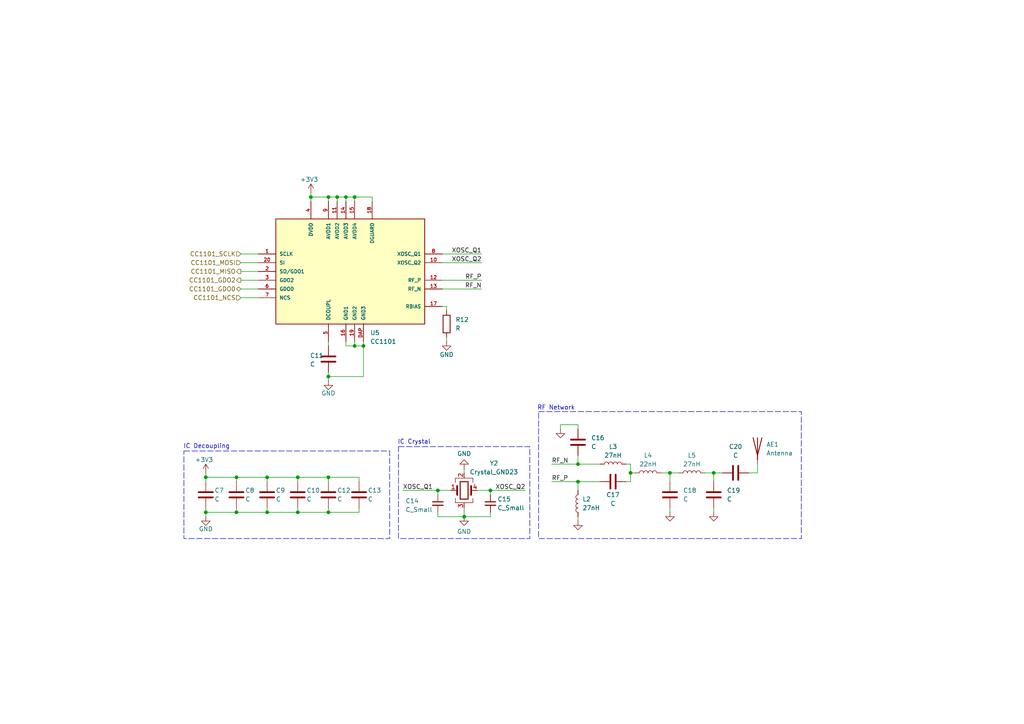
<source format=kicad_sch>
(kicad_sch (version 20250114) (generator "eeschema") (generator_version "9.0")
  (paper "A4")
  (lib_symbols
    (symbol "CC1101:CC1101" (pin_names (offset 1.016))
      (property "Reference" "U" (at 12.7103 -17.7944 0))
      (property "Value" "CC1101" (at 12.7068 -20.3308 0))
      (symbol "CC1101_0_0"
        (rectangle (start -20.32 -15.24) (end 22.86 15.24) (stroke (width 0.254)) (fill (type background)))
        (pin bidirectional line (at -25.4 5.08 0) (length 5.08) (name "SCLK") (number "1"))
        (pin bidirectional line (at -25.4 2.54 0) (length 5.08) (name "SI") (number "20"))
        (pin bidirectional line (at -25.4 0 0) (length 5.08) (name "SO/GDO1") (number "2"))
        (pin bidirectional line (at -25.4 -2.54 0) (length 5.08) (name "GDO2") (number "3"))
        (pin bidirectional line (at -25.4 -5.08 0) (length 5.08) (name "GDO0") (number "6"))
        (pin bidirectional line (at -25.4 -7.62 0) (length 5.08) (name "NCS") (number "7"))
        (pin bidirectional line (at -10.16 20.32 270) (length 5.08) (name "DVDD") (number "4"))
        (pin bidirectional line (at -5.08 20.32 270) (length 5.08) (name "AVDD1") (number "9"))
        (pin bidirectional line (at -5.08 -20.32 90) (length 5.08) (name "DCOUPL") (number "5"))
        (pin bidirectional line (at -2.54 20.32 270) (length 5.08) (name "AVDD2") (number "11"))
        (pin bidirectional line (at 0 20.32 270) (length 5.08) (name "AVDD3") (number "14"))
        (pin bidirectional line (at 0 -20.32 90) (length 5.08) (name "GND1") (number "16"))
        (pin bidirectional line (at 2.54 20.32 270) (length 5.08) (name "AVDD4") (number "15"))
        (pin bidirectional line (at 2.54 -20.32 90) (length 5.08) (name "GND2") (number "19"))
        (pin bidirectional line (at 5.08 -20.32 90) (length 5.08) (name "GND3") (number "DAP"))
        (pin bidirectional line (at 7.62 20.32 270) (length 5.08) (name "DGUARD") (number "18"))
        (pin bidirectional line (at 27.94 5.08 180) (length 5.08) (name "XOSC_Q1") (number "8"))
        (pin bidirectional line (at 27.94 2.54 180) (length 5.08) (name "XOSC_Q2") (number "10"))
        (pin bidirectional line (at 27.94 -2.54 180) (length 5.08) (name "RF_P") (number "12"))
        (pin bidirectional line (at 27.94 -5.08 180) (length 5.08) (name "RF_N") (number "13"))
        (pin bidirectional line (at 27.94 -10.16 180) (length 5.08) (name "RBIAS") (number "17"))
      )
    )
    (symbol "Device:Antenna" (pin_numbers (hide yes)) (pin_names (offset 1.016) (hide yes))
      (property "Reference" "AE" (at -1.905 1.905 0))
      (property "Value" "Antenna" (at -1.905 0 0))
      (symbol "Antenna_0_1"
        (polyline (pts (xy 0 2.54) (xy 0 -3.81)) (stroke (width 0.254)))
        (polyline (pts (xy 1.27 2.54) (xy 0 -2.54) (xy -1.27 2.54)) (stroke (width 0.254)))
      )
      (symbol "Antenna_1_1"
        (pin input line (at 0 -5.08 90) (length 2.54) (name "A") (number "1"))
      )
    )
    (symbol "Device:C" (pin_numbers (hide yes)) (pin_names (offset 0.254))
      (property "Reference" "C" (at 0.635 2.54 0))
      (property "Value" "C" (at 0.635 -2.54 0))
      (symbol "C_0_1"
        (polyline (pts (xy -2.032 0.762) (xy 2.032 0.762)) (stroke (width 0.508)))
        (polyline (pts (xy -2.032 -0.762) (xy 2.032 -0.762)) (stroke (width 0.508)))
      )
      (symbol "C_1_1"
        (pin passive line (at 0 3.81 270) (length 2.794) (name "~") (number "1"))
        (pin passive line (at 0 -3.81 90) (length 2.794) (name "~") (number "2"))
      )
    )
    (symbol "Device:C_Small" (pin_numbers (hide yes)) (pin_names (offset 0.254) (hide yes))
      (property "Reference" "C" (at 0.254 1.778 0))
      (property "Value" "C_Small" (at 0.254 -2.032 0))
      (symbol "C_Small_0_1"
        (polyline (pts (xy -1.524 0.508) (xy 1.524 0.508)) (stroke (width 0.3048)))
        (polyline (pts (xy -1.524 -0.508) (xy 1.524 -0.508)) (stroke (width 0.3302)))
      )
      (symbol "C_Small_1_1"
        (pin passive line (at 0 2.54 270) (length 2.032) (name "~") (number "1"))
        (pin passive line (at 0 -2.54 90) (length 2.032) (name "~") (number "2"))
      )
    )
    (symbol "Device:Crystal_GND23" (pin_names (offset 1.016) (hide yes))
      (property "Reference" "Y" (at 3.175 5.08 0))
      (property "Value" "Crystal_GND23" (at 3.175 3.175 0))
      (symbol "Crystal_GND23_0_1"
        (polyline (pts (xy -2.54 2.286) (xy -2.54 3.556) (xy 2.54 3.556) (xy 2.54 2.286)))
        (polyline (pts (xy -2.54 0) (xy -2.032 0)))
        (polyline (pts (xy -2.54 -2.286) (xy -2.54 -3.556) (xy 2.54 -3.556) (xy 2.54 -2.286)))
        (polyline (pts (xy -2.032 -1.27) (xy -2.032 1.27)) (stroke (width 0.508)))
        (rectangle (start -1.143 2.54) (end 1.143 -2.54) (stroke (width 0.3048)))
        (polyline (pts (xy 0 3.556) (xy 0 3.81)))
        (polyline (pts (xy 0 -3.81) (xy 0 -3.556)))
        (polyline (pts (xy 2.032 0) (xy 2.54 0)))
        (polyline (pts (xy 2.032 -1.27) (xy 2.032 1.27)) (stroke (width 0.508)))
      )
      (symbol "Crystal_GND23_1_1"
        (pin passive line (at -3.81 0 0) (length 1.27) (name "1") (number "1"))
        (pin passive line (at 0 5.08 270) (length 1.27) (name "2") (number "2"))
        (pin passive line (at 0 -5.08 90) (length 1.27) (name "3") (number "3"))
        (pin passive line (at 3.81 0 180) (length 1.27) (name "4") (number "4"))
      )
    )
    (symbol "Device:L" (pin_numbers (hide yes)) (pin_names (offset 1.016) (hide yes))
      (property "Reference" "L" (at -1.27 0 90))
      (property "Value" "L" (at 1.905 0 90))
      (symbol "L_0_1"
        (arc (start 0 2.54) (mid 0.6323 1.905) (end 0 1.27))
        (arc (start 0 1.27) (mid 0.6323 0.635) (end 0 0))
        (arc (start 0 0) (mid 0.6323 -0.635) (end 0 -1.27))
        (arc (start 0 -1.27) (mid 0.6323 -1.905) (end 0 -2.54))
      )
      (symbol "L_1_1"
        (pin passive line (at 0 3.81 270) (length 1.27) (name "1") (number "1"))
        (pin passive line (at 0 -3.81 90) (length 1.27) (name "2") (number "2"))
      )
    )
    (symbol "Device:R" (pin_numbers (hide yes)) (pin_names (offset 0))
      (property "Reference" "R" (at 2.032 0 90))
      (property "Value" "R" (at 0 0 90))
      (symbol "R_0_1"
        (rectangle (start -1.016 -2.54) (end 1.016 2.54) (stroke (width 0.254)))
      )
      (symbol "R_1_1"
        (pin passive line (at 0 3.81 270) (length 1.27) (name "~") (number "1"))
        (pin passive line (at 0 -3.81 90) (length 1.27) (name "~") (number "2"))
      )
    )
    (symbol "power:+3V3" (power) (pin_numbers (hide yes)) (pin_names (offset 0) (hide yes))
      (property "Value" "+3V3" (at 0 3.556 0))
      (symbol "+3V3_0_1"
        (polyline (pts (xy -0.762 1.27) (xy 0 2.54)))
        (polyline (pts (xy 0 2.54) (xy 0.762 1.27)))
        (polyline (pts (xy 0 0) (xy 0 2.54)))
      )
      (symbol "+3V3_1_1"
        (pin power_in line (at 0 0 90) (length 0) (name "~") (number "1"))
      )
    )
    (symbol "power:GND" (power) (pin_numbers (hide yes)) (pin_names (offset 0) (hide yes))
      (property "Value" "GND" (at 0 -3.81 0))
      (symbol "GND_0_1"
        (polyline (pts (xy 0 0) (xy 0 -1.27) (xy 1.27 -1.27) (xy 0 -2.54) (xy -1.27 -1.27) (xy 0 -1.27)))
      )
      (symbol "GND_1_1"
        (pin power_in line (at 0 0 270) (length 0) (name "~") (number "1"))
      )
    )
  )
  (rectangle (start 53.34 130.81) (end 113.03 156.21) (stroke (width 0) (type dash)))
  (rectangle (start 156.21 119.38) (end 232.41 156.21) (stroke (width 0) (type dash)))
  (rectangle (start 115.57 129.54) (end 153.67 156.21) (stroke (width 0) (type dash)))
  (text "IC Decoupling" (at 59.944 129.54 0) (effects (font (size 1.27 1.27))))
  (text "RF Network" (at 161.29 118.364 0) (effects (font (size 1.27 1.27))))
  (text "IC Crystal" (at 120.142 128.27 0) (effects (font (size 1.27 1.27))))
  (junction (at 194.31 137.16))
  (junction (at 77.47 148.59))
  (junction (at 142.24 142.24))
  (junction (at 100.33 57.15))
  (junction (at 59.69 148.59))
  (junction (at 95.25 109.22))
  (junction (at 86.36 138.43))
  (junction (at 127 142.24))
  (junction (at 134.62 149.86))
  (junction (at 59.69 138.43))
  (junction (at 90.17 57.15))
  (junction (at 95.25 138.43))
  (junction (at 207.01 137.16))
  (junction (at 167.64 139.7))
  (junction (at 68.58 138.43))
  (junction (at 95.25 57.15))
  (junction (at 97.79 57.15))
  (junction (at 182.88 137.16))
  (junction (at 68.58 148.59))
  (junction (at 167.64 134.62))
  (junction (at 95.25 148.59))
  (junction (at 105.41 100.33))
  (junction (at 102.87 57.15))
  (junction (at 102.87 100.33))
  (junction (at 86.36 148.59))
  (junction (at 77.47 138.43))
  (wire (pts (xy 69.85 73.66) (xy 74.93 73.66)))
  (wire (pts (xy 134.62 149.86) (xy 142.24 149.86)))
  (wire (pts (xy 182.88 134.62) (xy 181.61 134.62)))
  (wire (pts (xy 128.27 76.2) (xy 139.7 76.2)))
  (wire (pts (xy 127 149.86) (xy 134.62 149.86)))
  (wire (pts (xy 127 148.59) (xy 127 149.86)))
  (wire (pts (xy 128.27 88.9) (xy 129.54 88.9)))
  (wire (pts (xy 59.69 138.43) (xy 59.69 139.7)))
  (wire (pts (xy 95.25 57.15) (xy 97.79 57.15)))
  (wire (pts (xy 102.87 100.33) (xy 102.87 99.06)))
  (wire (pts (xy 134.62 147.32) (xy 134.62 149.86)))
  (wire (pts (xy 90.17 57.15) (xy 95.25 57.15)))
  (wire (pts (xy 128.27 73.66) (xy 139.7 73.66)))
  (wire (pts (xy 160.02 134.62) (xy 167.64 134.62)))
  (wire (pts (xy 127 143.51) (xy 127 142.24)))
  (wire (pts (xy 207.01 147.32) (xy 207.01 148.59)))
  (wire (pts (xy 86.36 138.43) (xy 95.25 138.43)))
  (wire (pts (xy 182.88 137.16) (xy 182.88 139.7)))
  (wire (pts (xy 204.47 137.16) (xy 207.01 137.16)))
  (wire (pts (xy 90.17 55.88) (xy 90.17 57.15)))
  (wire (pts (xy 68.58 148.59) (xy 77.47 148.59)))
  (wire (pts (xy 138.43 142.24) (xy 142.24 142.24)))
  (wire (pts (xy 194.31 137.16) (xy 194.31 139.7)))
  (wire (pts (xy 182.88 139.7) (xy 181.61 139.7)))
  (wire (pts (xy 167.64 142.24) (xy 167.64 139.7)))
  (wire (pts (xy 128.27 81.28) (xy 139.7 81.28)))
  (wire (pts (xy 95.25 107.95) (xy 95.25 109.22)))
  (wire (pts (xy 77.47 148.59) (xy 77.47 147.32)))
  (wire (pts (xy 97.79 57.15) (xy 100.33 57.15)))
  (wire (pts (xy 207.01 137.16) (xy 209.55 137.16)))
  (wire (pts (xy 100.33 57.15) (xy 100.33 58.42)))
  (wire (pts (xy 107.95 57.15) (xy 107.95 58.42)))
  (wire (pts (xy 167.64 149.86) (xy 167.64 151.13)))
  (wire (pts (xy 102.87 57.15) (xy 107.95 57.15)))
  (wire (pts (xy 100.33 57.15) (xy 102.87 57.15)))
  (wire (pts (xy 68.58 138.43) (xy 77.47 138.43)))
  (wire (pts (xy 95.25 110.49) (xy 95.25 109.22)))
  (wire (pts (xy 160.02 139.7) (xy 167.64 139.7)))
  (wire (pts (xy 134.62 135.89) (xy 134.62 137.16)))
  (wire (pts (xy 59.69 137.16) (xy 59.69 138.43)))
  (wire (pts (xy 142.24 149.86) (xy 142.24 148.59)))
  (wire (pts (xy 184.15 137.16) (xy 182.88 137.16)))
  (wire (pts (xy 77.47 138.43) (xy 77.47 139.7)))
  (wire (pts (xy 162.56 123.19) (xy 167.64 123.19)))
  (wire (pts (xy 69.85 78.74) (xy 74.93 78.74)))
  (wire (pts (xy 142.24 142.24) (xy 142.24 143.51)))
  (wire (pts (xy 95.25 148.59) (xy 95.25 147.32)))
  (wire (pts (xy 128.27 83.82) (xy 139.7 83.82)))
  (wire (pts (xy 217.17 137.16) (xy 219.71 137.16)))
  (wire (pts (xy 68.58 138.43) (xy 68.58 139.7)))
  (wire (pts (xy 68.58 148.59) (xy 68.58 147.32)))
  (wire (pts (xy 104.14 148.59) (xy 104.14 147.32)))
  (wire (pts (xy 100.33 100.33) (xy 100.33 99.06)))
  (wire (pts (xy 134.62 149.86) (xy 134.62 151.13)))
  (wire (pts (xy 95.25 138.43) (xy 104.14 138.43)))
  (wire (pts (xy 162.56 124.46) (xy 162.56 123.19)))
  (wire (pts (xy 69.85 76.2) (xy 74.93 76.2)))
  (wire (pts (xy 167.64 123.19) (xy 167.64 124.46)))
  (wire (pts (xy 102.87 100.33) (xy 105.41 100.33)))
  (wire (pts (xy 86.36 138.43) (xy 86.36 139.7)))
  (wire (pts (xy 59.69 148.59) (xy 68.58 148.59)))
  (wire (pts (xy 90.17 57.15) (xy 90.17 58.42)))
  (wire (pts (xy 69.85 86.36) (xy 74.93 86.36)))
  (wire (pts (xy 142.24 142.24) (xy 152.4 142.24)))
  (wire (pts (xy 95.25 57.15) (xy 95.25 58.42)))
  (wire (pts (xy 167.64 139.7) (xy 173.99 139.7)))
  (wire (pts (xy 219.71 137.16) (xy 219.71 134.62)))
  (wire (pts (xy 194.31 147.32) (xy 194.31 148.59)))
  (wire (pts (xy 105.41 109.22) (xy 105.41 100.33)))
  (wire (pts (xy 127 142.24) (xy 130.81 142.24)))
  (wire (pts (xy 77.47 138.43) (xy 86.36 138.43)))
  (wire (pts (xy 104.14 138.43) (xy 104.14 139.7)))
  (wire (pts (xy 69.85 81.28) (xy 74.93 81.28)))
  (wire (pts (xy 129.54 97.79) (xy 129.54 99.06)))
  (wire (pts (xy 59.69 138.43) (xy 68.58 138.43)))
  (wire (pts (xy 59.69 148.59) (xy 59.69 149.86)))
  (wire (pts (xy 59.69 147.32) (xy 59.69 148.59)))
  (wire (pts (xy 105.41 100.33) (xy 105.41 99.06)))
  (wire (pts (xy 77.47 148.59) (xy 86.36 148.59)))
  (wire (pts (xy 167.64 132.08) (xy 167.64 134.62)))
  (wire (pts (xy 116.84 142.24) (xy 127 142.24)))
  (wire (pts (xy 207.01 137.16) (xy 207.01 139.7)))
  (wire (pts (xy 129.54 88.9) (xy 129.54 90.17)))
  (wire (pts (xy 191.77 137.16) (xy 194.31 137.16)))
  (wire (pts (xy 102.87 57.15) (xy 102.87 58.42)))
  (wire (pts (xy 97.79 57.15) (xy 97.79 58.42)))
  (wire (pts (xy 194.31 137.16) (xy 196.85 137.16)))
  (wire (pts (xy 86.36 148.59) (xy 95.25 148.59)))
  (wire (pts (xy 95.25 138.43) (xy 95.25 139.7)))
  (wire (pts (xy 182.88 134.62) (xy 182.88 137.16)))
  (wire (pts (xy 69.85 83.82) (xy 74.93 83.82)))
  (wire (pts (xy 86.36 148.59) (xy 86.36 147.32)))
  (wire (pts (xy 95.25 109.22) (xy 105.41 109.22)))
  (wire (pts (xy 95.25 148.59) (xy 104.14 148.59)))
  (wire (pts (xy 167.64 134.62) (xy 173.99 134.62)))
  (wire (pts (xy 102.87 100.33) (xy 100.33 100.33)))
  (wire (pts (xy 95.25 99.06) (xy 95.25 100.33)))
  (label "XOSC_Q1" (at 139.7 73.66 180))
  (label "RF_P" (at 139.7 81.28 180))
  (label "RF_N" (at 139.7 83.82 180))
  (label "XOSC_Q1" (at 116.84 142.24 0))
  (label "RF_P" (at 160.02 139.7 0))
  (label "XOSC_Q2" (at 152.4 142.24 180))
  (label "RF_N" (at 160.02 134.62 0))
  (label "XOSC_Q2" (at 139.7 76.2 180))
  (hierarchical_label "CC1101_NCS" (shape input) (at 69.85 86.36 180))
  (hierarchical_label "CC1101_GDO0" (shape bidirectional) (at 69.85 83.82 180))
  (hierarchical_label "CC1101_SCLK" (shape input) (at 69.85 73.66 180))
  (hierarchical_label "CC1101_MOSI" (shape input) (at 69.85 76.2 180))
  (hierarchical_label "CC1101_MISO" (shape output) (at 69.85 78.74 180))
  (hierarchical_label "CC1101_GDO2" (shape output) (at 69.85 81.28 180))
  (symbol (lib_id "CC1101:CC1101") (at 100.33 78.74 0) (unit 1)
    (property "Reference" "U5" (at 107.3786 96.52 0) (effects (justify left)))
    (property "Value" "CC1101" (at 107.3786 99.06 0) (effects (justify left)))
    (property "Footprint" "cc1101:QLP20" (effects (hide yes)))
    (property "MF" "Texas Instruments" (effects (hide yes)))
    (property "Description_1" "IC RF TxRx Only General ISM < 1GHz - 300MHz ~ 348MHz, 387MHz ~ 464MHz, 779MHz ~ 928MHz 20-VFQFN Exposed Pad" (effects (hide yes)))
    (property "Package" "VQFN-32 Texas Instruments" (effects (hide yes)))
    (property "Price" "None" (effects (hide yes)))
    (property "SnapEDA_Link" "https://www.snapeda.com/parts/CC1101/Texas+Instruments/view-part/?ref=snap" (effects (hide yes)))
    (property "MP" "CC1101" (effects (hide yes)))
    (property "Availability" "In Stock" (effects (hide yes)))
    (property "Check_prices" "https://www.snapeda.com/parts/CC1101/Texas+Instruments/view-part/?ref=eda" (effects (hide yes)))
  )
  (symbol (lib_id "power:GND") (at 95.25 110.49 0) (unit 1)
    (property "Reference" "#PWR022" (effects (hide yes)))
    (property "Value" "GND" (at 95.25 114.046 0))
    (property "Description" "Power symbol creates a global label with name \"GND\" , ground" (effects (hide yes)))
  )
  (symbol (lib_id "Device:C") (at 59.69 143.51 0) (unit 1)
    (property "Reference" "C7" (at 62.23 142.24 0) (effects (justify left)))
    (property "Value" "C" (at 62.23 144.78 0) (effects (justify left)))
    (property "Footprint" "Capacitor_SMD:C_0402_1005Metric" (effects (hide yes)))
    (property "Description" "Unpolarized capacitor" (effects (hide yes)))
  )
  (symbol (lib_id "Device:C") (at 86.36 143.51 0) (unit 1)
    (property "Reference" "C10" (at 88.9 142.24 0) (effects (justify left)))
    (property "Value" "C" (at 88.9 144.78 0) (effects (justify left)))
    (property "Footprint" "Capacitor_SMD:C_0402_1005Metric" (effects (hide yes)))
    (property "Description" "Unpolarized capacitor" (effects (hide yes)))
  )
  (symbol (lib_id "Device:C") (at 167.64 128.27 0) (unit 1)
    (property "Reference" "C16" (at 171.45 126.9999 0) (effects (justify left)))
    (property "Value" "C" (at 171.45 129.5399 0) (effects (justify left)))
    (property "Footprint" "Capacitor_SMD:C_0603_1608Metric" (effects (hide yes)))
    (property "Description" "Unpolarized capacitor" (effects (hide yes)))
  )
  (symbol (lib_id "power:+3V3") (at 59.69 137.16 0) (unit 1)
    (property "Reference" "#PWR019" (effects (hide yes)))
    (property "Value" "+3V3" (at 59.182 133.35 0))
    (property "Description" "Power symbol creates a global label with name \"+3V3\"" (effects (hide yes)))
  )
  (symbol (lib_id "power:GND") (at 129.54 99.06 0) (unit 1)
    (property "Reference" "#PWR023" (effects (hide yes)))
    (property "Value" "GND" (at 129.54 102.87 0))
    (property "Description" "Power symbol creates a global label with name \"GND\" , ground" (effects (hide yes)))
  )
  (symbol (lib_id "power:GND") (at 207.01 148.59 0) (unit 1)
    (property "Reference" "#PWR028" (effects (hide yes)))
    (property "Value" "GND" (effects (hide yes)))
    (property "Description" "Power symbol creates a global label with name \"GND\" , ground" (effects (hide yes)))
  )
  (symbol (lib_id "Device:C") (at 207.01 143.51 0) (unit 1)
    (property "Reference" "C19" (at 210.82 142.2399 0) (effects (justify left)))
    (property "Value" "C" (at 210.82 144.7799 0) (effects (justify left)))
    (property "Footprint" "Capacitor_SMD:C_0603_1608Metric" (effects (hide yes)))
    (property "Description" "Unpolarized capacitor" (effects (hide yes)))
  )
  (symbol (lib_id "Device:L") (at 167.64 146.05 180) (unit 1)
    (property "Reference" "L2" (at 168.91 144.7799 0) (effects (justify right)))
    (property "Value" "27nH" (at 168.91 147.3199 0) (effects (justify right)))
    (property "Footprint" "Inductor_SMD:L_0603_1608Metric" (effects (hide yes)))
    (property "Description" "Inductor" (effects (hide yes)))
  )
  (symbol (lib_id "power:GND") (at 59.69 149.86 0) (unit 1)
    (property "Reference" "#PWR020" (effects (hide yes)))
    (property "Value" "GND" (at 59.69 153.416 0))
    (property "Description" "Power symbol creates a global label with name \"GND\" , ground" (effects (hide yes)))
  )
  (symbol (lib_id "Device:C") (at 68.58 143.51 0) (unit 1)
    (property "Reference" "C8" (at 71.12 142.24 0) (effects (justify left)))
    (property "Value" "C" (at 71.12 144.78 0) (effects (justify left)))
    (property "Footprint" "Capacitor_SMD:C_0402_1005Metric" (effects (hide yes)))
    (property "Description" "Unpolarized capacitor" (effects (hide yes)))
  )
  (symbol (lib_id "Device:C_Small") (at 127 146.05 0) (unit 1)
    (property "Reference" "C14" (at 117.602 145.288 0) (effects (justify left)))
    (property "Value" "C_Small" (at 117.602 147.828 0) (effects (justify left)))
    (property "Footprint" "Capacitor_SMD:C_0402_1005Metric" (effects (hide yes)))
    (property "Description" "Unpolarized capacitor, small symbol" (effects (hide yes)))
  )
  (symbol (lib_id "Device:L") (at 200.66 137.16 90) (unit 1)
    (property "Reference" "L5" (at 200.66 132.08 90))
    (property "Value" "27nH" (at 200.66 134.62 90))
    (property "Footprint" "Inductor_SMD:L_0603_1608Metric" (effects (hide yes)))
    (property "Description" "Inductor" (effects (hide yes)))
  )
  (symbol (lib_id "power:GND") (at 167.64 151.13 0) (unit 1)
    (property "Reference" "#PWR026" (effects (hide yes)))
    (property "Value" "GND" (effects (hide yes)))
    (property "Description" "Power symbol creates a global label with name \"GND\" , ground" (effects (hide yes)))
  )
  (symbol (lib_id "power:GND") (at 134.62 149.86 0) (unit 1)
    (property "Reference" "#PWR024" (effects (hide yes)))
    (property "Value" "GND" (at 134.62 154.178 0))
    (property "Description" "Power symbol creates a global label with name \"GND\" , ground" (effects (hide yes)))
  )
  (symbol (lib_id "power:+3V3") (at 90.17 55.88 0) (unit 1)
    (property "Reference" "#PWR021" (effects (hide yes)))
    (property "Value" "+3V3" (at 89.662 52.07 0))
    (property "Description" "Power symbol creates a global label with name \"+3V3\"" (effects (hide yes)))
  )
  (symbol (lib_id "Device:C") (at 213.36 137.16 90) (unit 1)
    (property "Reference" "C20" (at 213.36 129.54 90))
    (property "Value" "C" (at 213.36 132.08 90))
    (property "Footprint" "Capacitor_SMD:C_0603_1608Metric" (effects (hide yes)))
    (property "Description" "Unpolarized capacitor" (effects (hide yes)))
  )
  (symbol (lib_id "Device:C_Small") (at 142.24 146.05 0) (unit 1)
    (property "Reference" "C15" (at 144.272 144.78 0) (effects (justify left)))
    (property "Value" "C_Small" (at 144.272 147.32 0) (effects (justify left)))
    (property "Footprint" "Capacitor_SMD:C_0402_1005Metric" (effects (hide yes)))
    (property "Description" "Unpolarized capacitor, small symbol" (effects (hide yes)))
  )
  (symbol (lib_id "Device:Antenna") (at 219.71 129.54 0) (unit 1)
    (property "Reference" "AE1" (at 222.25 128.9049 0) (effects (justify left)))
    (property "Value" "Antenna" (at 222.25 131.4449 0) (effects (justify left)))
    (property "Footprint" "Connector_PinHeader_2.54mm:PinHeader_1x01_P2.54mm_Vertical" (effects (hide yes)))
    (property "Description" "Antenna" (effects (hide yes)))
  )
  (symbol (lib_id "power:GND") (at 194.31 148.59 0) (unit 1)
    (property "Reference" "#PWR027" (effects (hide yes)))
    (property "Value" "GND" (effects (hide yes)))
    (property "Description" "Power symbol creates a global label with name \"GND\" , ground" (effects (hide yes)))
  )
  (symbol (lib_id "power:GND") (at 162.56 124.46 0) (unit 1)
    (property "Reference" "#PWR025" (effects (hide yes)))
    (property "Value" "GND" (effects (hide yes)))
    (property "Description" "Power symbol creates a global label with name \"GND\" , ground" (effects (hide yes)))
  )
  (symbol (lib_id "Device:R") (at 129.54 93.98 0) (unit 1)
    (property "Reference" "R12" (at 132.08 92.7099 0) (effects (justify left)))
    (property "Value" "R" (at 132.08 95.2499 0) (effects (justify left)))
    (property "Footprint" "Resistor_SMD:R_0603_1608Metric" (effects (hide yes)))
    (property "Description" "Resistor" (effects (hide yes)))
  )
  (symbol (lib_id "Device:L") (at 177.8 134.62 90) (unit 1)
    (property "Reference" "L3" (at 177.8 129.54 90))
    (property "Value" "27nH" (at 177.8 132.08 90))
    (property "Footprint" "Inductor_SMD:L_0603_1608Metric" (effects (hide yes)))
    (property "Description" "Inductor" (effects (hide yes)))
  )
  (symbol (lib_id "power:GND") (at 134.62 135.89 180) (unit 1)
    (property "Reference" "#PWR044" (effects (hide yes)))
    (property "Value" "GND" (at 134.62 131.572 0))
    (property "Description" "Power symbol creates a global label with name \"GND\" , ground" (effects (hide yes)))
  )
  (symbol (lib_id "Device:C") (at 194.31 143.51 0) (unit 1)
    (property "Reference" "C18" (at 198.12 142.2399 0) (effects (justify left)))
    (property "Value" "C" (at 198.12 144.7799 0) (effects (justify left)))
    (property "Footprint" "Capacitor_SMD:C_0603_1608Metric" (effects (hide yes)))
    (property "Description" "Unpolarized capacitor" (effects (hide yes)))
  )
  (symbol (lib_id "Device:L") (at 187.96 137.16 90) (unit 1)
    (property "Reference" "L4" (at 187.96 132.08 90))
    (property "Value" "22nH" (at 187.96 134.62 90))
    (property "Footprint" "Inductor_SMD:L_0603_1608Metric" (effects (hide yes)))
    (property "Description" "Inductor" (effects (hide yes)))
  )
  (symbol (lib_id "Device:C") (at 77.47 143.51 0) (unit 1)
    (property "Reference" "C9" (at 80.01 142.24 0) (effects (justify left)))
    (property "Value" "C" (at 80.01 144.78 0) (effects (justify left)))
    (property "Footprint" "Capacitor_SMD:C_0402_1005Metric" (effects (hide yes)))
    (property "Description" "Unpolarized capacitor" (effects (hide yes)))
  )
  (symbol (lib_id "Device:C") (at 95.25 143.51 0) (unit 1)
    (property "Reference" "C12" (at 97.79 142.24 0) (effects (justify left)))
    (property "Value" "C" (at 97.79 144.78 0) (effects (justify left)))
    (property "Footprint" "Capacitor_SMD:C_0402_1005Metric" (effects (hide yes)))
    (property "Description" "Unpolarized capacitor" (effects (hide yes)))
  )
  (symbol (lib_id "Device:Crystal_GND23") (at 134.62 142.24 0) (unit 1)
    (property "Reference" "Y2" (at 143.256 134.366 0))
    (property "Value" "Crystal_GND23" (at 143.256 136.906 0))
    (property "Footprint" "Crystal:Crystal_SMD_3225-4Pin_3.2x2.5mm_HandSoldering" (effects (hide yes)))
    (property "Description" "Four pin crystal, GND on pins 2 and 3" (effects (hide yes)))
  )
  (symbol (lib_id "Device:C") (at 95.25 104.14 0) (unit 1)
    (property "Reference" "C11" (at 89.916 103.124 0) (effects (justify left)))
    (property "Value" "C" (at 89.916 105.664 0) (effects (justify left)))
    (property "Footprint" "Capacitor_SMD:C_0603_1608Metric" (effects (hide yes)))
    (property "Description" "Unpolarized capacitor" (effects (hide yes)))
  )
  (symbol (lib_id "Device:C") (at 177.8 139.7 90) (unit 1)
    (property "Reference" "C17" (at 177.8 143.51 90))
    (property "Value" "C" (at 177.8 146.05 90))
    (property "Footprint" "Capacitor_SMD:C_0603_1608Metric" (effects (hide yes)))
    (property "Description" "Unpolarized capacitor" (effects (hide yes)))
  )
  (symbol (lib_id "Device:C") (at 104.14 143.51 0) (unit 1)
    (property "Reference" "C13" (at 106.68 142.24 0) (effects (justify left)))
    (property "Value" "C" (at 106.68 144.78 0) (effects (justify left)))
    (property "Footprint" "Capacitor_SMD:C_0402_1005Metric" (effects (hide yes)))
    (property "Description" "Unpolarized capacitor" (effects (hide yes)))
  )
)
</source>
